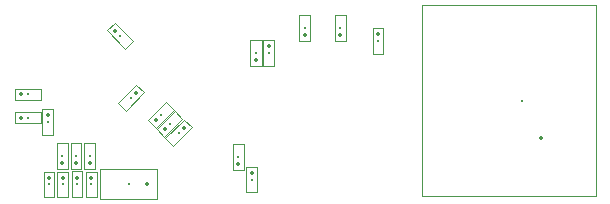
<source format=gbr>
%TF.GenerationSoftware,KiCad,Pcbnew,8.0.2-8.0.2-0~ubuntu22.04.1*%
%TF.CreationDate,2024-08-08T22:40:51-05:00*%
%TF.ProjectId,atslim-328,6174736c-696d-42d3-9332-382e6b696361,rev?*%
%TF.SameCoordinates,Original*%
%TF.FileFunction,Component,L2,Bot*%
%TF.FilePolarity,Positive*%
%FSLAX46Y46*%
G04 Gerber Fmt 4.6, Leading zero omitted, Abs format (unit mm)*
G04 Created by KiCad (PCBNEW 8.0.2-8.0.2-0~ubuntu22.04.1) date 2024-08-08 22:40:51*
%MOMM*%
%LPD*%
G01*
G04 APERTURE LIST*
%TA.AperFunction,ComponentMain*%
%ADD10C,0.300000*%
%TD*%
%TA.AperFunction,ComponentOutline,Courtyard*%
%ADD11C,0.100000*%
%TD*%
%TA.AperFunction,ComponentPin*%
%ADD12P,0.360000X4X0.000000*%
%TD*%
%TA.AperFunction,ComponentPin*%
%ADD13C,0.100000*%
%TD*%
G04 APERTURE END LIST*
D10*
%TO.C,R15*%
%TO.CFtp,R_0402_1005Metric_Pad0.72x0.64mm_HandSolder*%
%TO.CVal,49R9*%
%TO.CLbN,Resistor_SMD*%
%TO.CMnt,SMD*%
%TO.CRot,90*%
X90895000Y-88785000D03*
D11*
X91364999Y-87685001D02*
X91364999Y-89884999D01*
X90425001Y-89884999D01*
X90425001Y-87685001D01*
X91364999Y-87685001D01*
D12*
%TO.P,R15,1*%
X90895000Y-88187500D03*
D13*
%TO.P,R15,2*%
X90895000Y-89382500D03*
%TD*%
D10*
%TO.C,R2*%
%TO.CFtp,R_0402_1005Metric_Pad0.72x0.64mm_HandSolder*%
%TO.CVal,10K*%
%TO.CLbN,Resistor_SMD*%
%TO.CMnt,SMD*%
%TO.CRot,-90*%
X108525000Y-82955000D03*
D11*
X108994999Y-81855001D02*
X108994999Y-84054999D01*
X108055001Y-84054999D01*
X108055001Y-81855001D01*
X108994999Y-81855001D01*
D12*
%TO.P,R2,1*%
X108525000Y-83552500D03*
D13*
%TO.P,R2,2*%
X108525000Y-82357500D03*
%TD*%
D10*
%TO.C,C8*%
%TO.CFtp,C_0402_1005Metric_Pad0.74x0.62mm_HandSolder*%
%TO.CVal,10nF*%
%TO.CLbN,Capacitor_SMD*%
%TO.CMnt,SMD*%
%TO.CRot,-135*%
X101215000Y-88935000D03*
D11*
X102303942Y-88496594D02*
X100776594Y-90023942D01*
X100126058Y-89373406D01*
X101653406Y-87846058D01*
X102303942Y-88496594D01*
D12*
%TO.P,C8,1*%
X100813717Y-89336283D03*
D13*
%TO.P,C8,2*%
X101616283Y-88533717D03*
%TD*%
D10*
%TO.C,C2*%
%TO.CFtp,C_0402_1005Metric_Pad0.74x0.62mm_HandSolder*%
%TO.CVal,100n*%
%TO.CLbN,Capacitor_SMD*%
%TO.CMnt,SMD*%
%TO.CRot,90*%
X109610000Y-82935000D03*
D11*
X110069999Y-81855001D02*
X110069999Y-84014999D01*
X109150001Y-84014999D01*
X109150001Y-81855001D01*
X110069999Y-81855001D01*
D12*
%TO.P,C2,1*%
X109610000Y-82367500D03*
D13*
%TO.P,C2,2*%
X109610000Y-83502500D03*
%TD*%
D10*
%TO.C,C15*%
%TO.CFtp,C_0402_1005Metric_Pad0.74x0.62mm_HandSolder*%
%TO.CVal,0.1uF*%
%TO.CLbN,Capacitor_SMD*%
%TO.CMnt,SMD*%
%TO.CRot,-90*%
X92120000Y-91680000D03*
D11*
X92579999Y-90600001D02*
X92579999Y-92759999D01*
X91660001Y-92759999D01*
X91660001Y-90600001D01*
X92579999Y-90600001D01*
D12*
%TO.P,C15,1*%
X92120000Y-92247500D03*
D13*
%TO.P,C15,2*%
X92120000Y-91112500D03*
%TD*%
D10*
%TO.C,C18*%
%TO.CFtp,C_0402_1005Metric_Pad0.74x0.62mm_HandSolder*%
%TO.CVal,0.1uF*%
%TO.CLbN,Capacitor_SMD*%
%TO.CMnt,SMD*%
%TO.CRot,90*%
X94575000Y-94062500D03*
D11*
X95034999Y-92982501D02*
X95034999Y-95142499D01*
X94115001Y-95142499D01*
X94115001Y-92982501D01*
X95034999Y-92982501D01*
D12*
%TO.P,C18,1*%
X94575000Y-93495000D03*
D13*
%TO.P,C18,2*%
X94575000Y-94630000D03*
%TD*%
D10*
%TO.C,R7*%
%TO.CFtp,R_0402_1005Metric_Pad0.72x0.64mm_HandSolder*%
%TO.CVal,5.1k*%
%TO.CLbN,Resistor_SMD*%
%TO.CMnt,SMD*%
%TO.CRot,-90*%
X112665000Y-80830000D03*
D11*
X113134999Y-79730001D02*
X113134999Y-81929999D01*
X112195001Y-81929999D01*
X112195001Y-79730001D01*
X113134999Y-79730001D01*
D12*
%TO.P,R7,1*%
X112665000Y-81427500D03*
D13*
%TO.P,R7,2*%
X112665000Y-80232500D03*
%TD*%
D10*
%TO.C,C9*%
%TO.CFtp,C_0402_1005Metric_Pad0.74x0.62mm_HandSolder*%
%TO.CVal,4.7uF*%
%TO.CLbN,Capacitor_SMD*%
%TO.CMnt,SMD*%
%TO.CRot,-135*%
X100483717Y-88186283D03*
D11*
X101572659Y-87747877D02*
X100045311Y-89275225D01*
X99394775Y-88624689D01*
X100922123Y-87097341D01*
X101572659Y-87747877D01*
D12*
%TO.P,C9,1*%
X100082434Y-88587566D03*
D13*
%TO.P,C9,2*%
X100885000Y-87785000D03*
%TD*%
D10*
%TO.C,C6*%
%TO.CFtp,C_0402_1005Metric_Pad0.74x0.62mm_HandSolder*%
%TO.CVal,10pF*%
%TO.CLbN,Capacitor_SMD*%
%TO.CMnt,SMD*%
%TO.CRot,90*%
X108160000Y-93660000D03*
D11*
X108619999Y-92580001D02*
X108619999Y-94739999D01*
X107700001Y-94739999D01*
X107700001Y-92580001D01*
X108619999Y-92580001D01*
D12*
%TO.P,C6,1*%
X108160000Y-93092500D03*
D13*
%TO.P,C6,2*%
X108160000Y-94227500D03*
%TD*%
D10*
%TO.C,J3*%
%TO.CFtp,microSD_HC_Wuerth_693072010801*%
%TO.CVal,Micro_SD_Card_Det1*%
%TO.CLbN,Connector_Card*%
%TO.CMnt,SMD*%
%TO.CRot,-90*%
X131075000Y-86970000D03*
D11*
X137274999Y-78890001D02*
X137274999Y-95049999D01*
X122575001Y-95049999D01*
X122575001Y-78890001D01*
X137274999Y-78890001D01*
D12*
%TO.P,J3,1,DAT2*%
X132625000Y-90170000D03*
D13*
%TO.P,J3,2,DAT3/CD*%
X132625000Y-89070000D03*
%TO.P,J3,3,CMD*%
X132625000Y-87970000D03*
%TO.P,J3,4,VDD*%
X132625000Y-86870000D03*
%TO.P,J3,5,CLK*%
X132625000Y-85770000D03*
%TO.P,J3,6,VSS*%
X132625000Y-84670000D03*
%TO.P,J3,7,DAT0*%
X132625000Y-83570000D03*
%TO.P,J3,8,DAT1*%
X132625000Y-82470000D03*
%TO.P,J3,9,DET*%
X126925000Y-93845000D03*
X135225000Y-93845000D03*
X126925000Y-80095000D03*
X135225000Y-80095000D03*
%TD*%
D10*
%TO.C,R13*%
%TO.CFtp,R_0402_1005Metric_Pad0.72x0.64mm_HandSolder*%
%TO.CVal,10k*%
%TO.CLbN,Resistor_SMD*%
%TO.CMnt,SMD*%
%TO.CRot,45*%
X101968717Y-89686283D03*
D11*
X103078873Y-89240806D02*
X101523240Y-90796439D01*
X100858561Y-90131760D01*
X102414194Y-88576127D01*
X103078873Y-89240806D01*
D12*
%TO.P,R13,1*%
X102391213Y-89263787D03*
D13*
%TO.P,R13,2*%
X101546221Y-90108779D03*
%TD*%
D10*
%TO.C,R8*%
%TO.CFtp,R_0402_1005Metric_Pad0.72x0.64mm_HandSolder*%
%TO.CVal,5.1k*%
%TO.CLbN,Resistor_SMD*%
%TO.CMnt,SMD*%
%TO.CRot,-90*%
X115665000Y-80825000D03*
D11*
X116134999Y-79725001D02*
X116134999Y-81924999D01*
X115195001Y-81924999D01*
X115195001Y-79725001D01*
X116134999Y-79725001D01*
D12*
%TO.P,R8,1*%
X115665000Y-81422500D03*
D13*
%TO.P,R8,2*%
X115665000Y-80227500D03*
%TD*%
D10*
%TO.C,C14*%
%TO.CFtp,C_0402_1005Metric_Pad0.74x0.62mm_HandSolder*%
%TO.CVal,0.1uF*%
%TO.CLbN,Capacitor_SMD*%
%TO.CMnt,SMD*%
%TO.CRot,-90*%
X93290000Y-91680000D03*
D11*
X93749999Y-90600001D02*
X93749999Y-92759999D01*
X92830001Y-92759999D01*
X92830001Y-90600001D01*
X93749999Y-90600001D01*
D12*
%TO.P,C14,1*%
X93290000Y-92247500D03*
D13*
%TO.P,C14,2*%
X93290000Y-91112500D03*
%TD*%
D10*
%TO.C,FB1*%
%TO.CFtp,Ferrite_1206_3216Metric*%
%TO.CVal,470*%
%TO.CLbN,PCM_Ferrite_SMD_Handsoldering_AKL*%
%TO.CMnt,SMD*%
%TO.CRot,0*%
X97760000Y-93995000D03*
D11*
X100172999Y-92725001D02*
X100172999Y-95264999D01*
X95347001Y-95264999D01*
X95347001Y-92725001D01*
X100172999Y-92725001D01*
D12*
%TO.P,FB1,1*%
X99335000Y-93995000D03*
D13*
%TO.P,FB1,2*%
X96185000Y-93995000D03*
%TD*%
D10*
%TO.C,C19*%
%TO.CFtp,C_0402_1005Metric_Pad0.74x0.62mm_HandSolder*%
%TO.CVal,10uF*%
%TO.CLbN,Capacitor_SMD*%
%TO.CMnt,SMD*%
%TO.CRot,90*%
X91005000Y-94072500D03*
D11*
X91464999Y-92992501D02*
X91464999Y-95152499D01*
X90545001Y-95152499D01*
X90545001Y-92992501D01*
X91464999Y-92992501D01*
D12*
%TO.P,C19,1*%
X91005000Y-93505000D03*
D13*
%TO.P,C19,2*%
X91005000Y-94640000D03*
%TD*%
D10*
%TO.C,C11*%
%TO.CFtp,C_0402_1005Metric_Pad0.74x0.62mm_HandSolder*%
%TO.CVal,6.8nF*%
%TO.CLbN,Capacitor_SMD*%
%TO.CMnt,SMD*%
%TO.CRot,180*%
X89220000Y-88440000D03*
D11*
X90299999Y-87980001D02*
X90299999Y-88899999D01*
X88140001Y-88899999D01*
X88140001Y-87980001D01*
X90299999Y-87980001D01*
D12*
%TO.P,C11,1*%
X88652500Y-88440000D03*
D13*
%TO.P,C11,2*%
X89787500Y-88440000D03*
%TD*%
D10*
%TO.C,R17*%
%TO.CFtp,R_0402_1005Metric_Pad0.72x0.64mm_HandSolder*%
%TO.CVal,12.4k*%
%TO.CLbN,Resistor_SMD*%
%TO.CMnt,SMD*%
%TO.CRot,45*%
X97945000Y-86730000D03*
D11*
X99055156Y-86284523D02*
X97499523Y-87840156D01*
X96834844Y-87175477D01*
X98390477Y-85619844D01*
X99055156Y-86284523D01*
D12*
%TO.P,R17,1*%
X98367496Y-86307504D03*
D13*
%TO.P,R17,2*%
X97522504Y-87152496D03*
%TD*%
D10*
%TO.C,C5*%
%TO.CFtp,C_0402_1005Metric_Pad0.74x0.62mm_HandSolder*%
%TO.CVal,10pF*%
%TO.CLbN,Capacitor_SMD*%
%TO.CMnt,SMD*%
%TO.CRot,-90*%
X107045000Y-91745000D03*
D11*
X107504999Y-90665001D02*
X107504999Y-92824999D01*
X106585001Y-92824999D01*
X106585001Y-90665001D01*
X107504999Y-90665001D01*
D12*
%TO.P,C5,1*%
X107045000Y-92312500D03*
D13*
%TO.P,C5,2*%
X107045000Y-91177500D03*
%TD*%
D10*
%TO.C,C17*%
%TO.CFtp,C_0402_1005Metric_Pad0.74x0.62mm_HandSolder*%
%TO.CVal,0.1uF*%
%TO.CLbN,Capacitor_SMD*%
%TO.CMnt,SMD*%
%TO.CRot,90*%
X93375000Y-94052500D03*
D11*
X93834999Y-92972501D02*
X93834999Y-95132499D01*
X92915001Y-95132499D01*
X92915001Y-92972501D01*
X93834999Y-92972501D01*
D12*
%TO.P,C17,1*%
X93375000Y-93485000D03*
D13*
%TO.P,C17,2*%
X93375000Y-94620000D03*
%TD*%
D10*
%TO.C,C3*%
%TO.CFtp,C_0402_1005Metric_Pad0.74x0.62mm_HandSolder*%
%TO.CVal,100n*%
%TO.CLbN,Capacitor_SMD*%
%TO.CMnt,SMD*%
%TO.CRot,90*%
X118860000Y-81910000D03*
D11*
X119319999Y-80830001D02*
X119319999Y-82989999D01*
X118400001Y-82989999D01*
X118400001Y-80830001D01*
X119319999Y-80830001D01*
D12*
%TO.P,C3,1*%
X118860000Y-81342500D03*
D13*
%TO.P,C3,2*%
X118860000Y-82477500D03*
%TD*%
D10*
%TO.C,C16*%
%TO.CFtp,C_0402_1005Metric_Pad0.74x0.62mm_HandSolder*%
%TO.CVal,0.1uF*%
%TO.CLbN,Capacitor_SMD*%
%TO.CMnt,SMD*%
%TO.CRot,90*%
X92175000Y-94072500D03*
D11*
X92634999Y-92992501D02*
X92634999Y-95152499D01*
X91715001Y-95152499D01*
X91715001Y-92992501D01*
X92634999Y-92992501D01*
D12*
%TO.P,C16,1*%
X92175000Y-93505000D03*
D13*
%TO.P,C16,2*%
X92175000Y-94640000D03*
%TD*%
D10*
%TO.C,C13*%
%TO.CFtp,C_0402_1005Metric_Pad0.74x0.62mm_HandSolder*%
%TO.CVal,0.1uF*%
%TO.CLbN,Capacitor_SMD*%
%TO.CMnt,SMD*%
%TO.CRot,-90*%
X94450000Y-91680000D03*
D11*
X94909999Y-90600001D02*
X94909999Y-92759999D01*
X93990001Y-92759999D01*
X93990001Y-90600001D01*
X94909999Y-90600001D01*
D12*
%TO.P,C13,1*%
X94450000Y-92247500D03*
D13*
%TO.P,C13,2*%
X94450000Y-91112500D03*
%TD*%
D10*
%TO.C,R18*%
%TO.CFtp,R_0402_1005Metric_Pad0.72x0.64mm_HandSolder*%
%TO.CVal,49R9*%
%TO.CLbN,Resistor_SMD*%
%TO.CMnt,SMD*%
%TO.CRot,135*%
X97015000Y-81475000D03*
D11*
X98125156Y-81920477D02*
X97460477Y-82585156D01*
X95904844Y-81029523D01*
X96569523Y-80364844D01*
X98125156Y-81920477D01*
D12*
%TO.P,R18,1*%
X96592504Y-81052504D03*
D13*
%TO.P,R18,2*%
X97437496Y-81897496D03*
%TD*%
D10*
%TO.C,C12*%
%TO.CFtp,C_0402_1005Metric_Pad0.74x0.62mm_HandSolder*%
%TO.CVal,6.8nF*%
%TO.CLbN,Capacitor_SMD*%
%TO.CMnt,SMD*%
%TO.CRot,180*%
X89215000Y-86425000D03*
D11*
X90294999Y-85965001D02*
X90294999Y-86884999D01*
X88135001Y-86884999D01*
X88135001Y-85965001D01*
X90294999Y-85965001D01*
D12*
%TO.P,C12,1*%
X88647500Y-86425000D03*
D13*
%TO.P,C12,2*%
X89782500Y-86425000D03*
%TD*%
M02*

</source>
